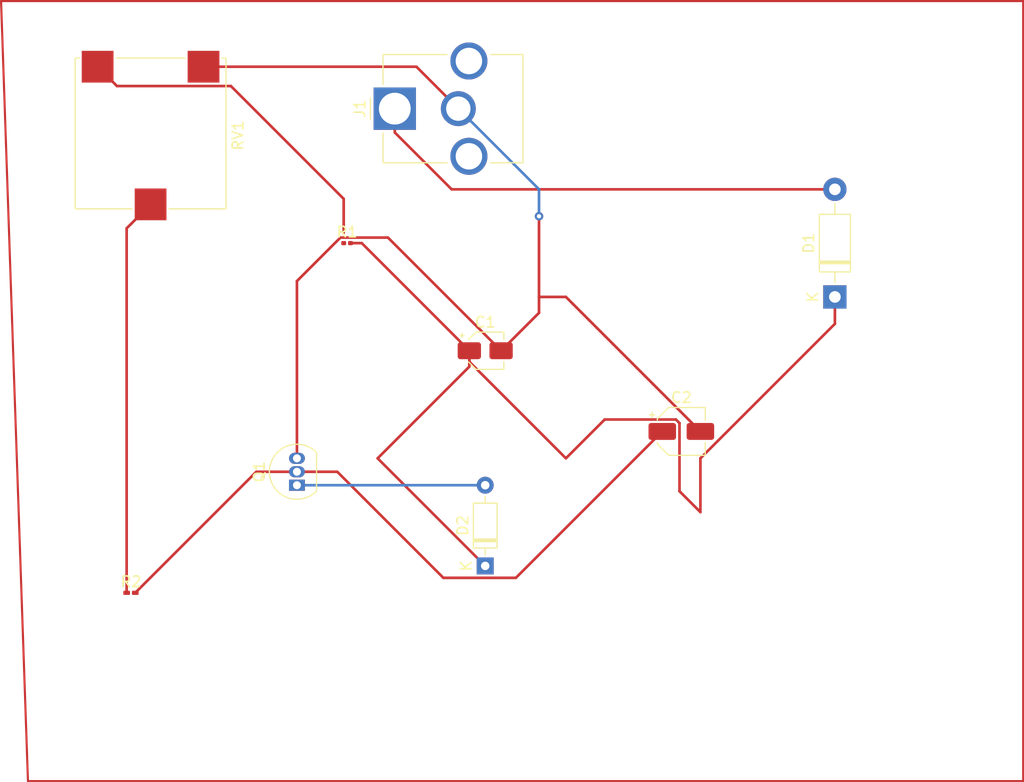
<source format=kicad_pcb>
(kicad_pcb (version 20221018) (generator pcbnew)
  (layers (0 "F.Cu" signal) (31 "B.Cu" signal) (34 "B.Paste" user) (35 "F.Paste" user) (36 "B.SilkS" user "B.Silkscreen") (37 "F.SilkS" user "F.Silkscreen") (38 "B.Mask" user) (39 "F.Mask" user) (44 "Edge.Cuts" user))
  (net 0 "")
  (net 1 "Net-(D1-K)")
  (net 2 "Net-(D1-A)")
  (net 3 "Net-(D2-A)")
  (net 4 "Net-(Q1-B)")
  (net 5 "Net-(Q1-E)")
  (net 6 "Net-(R1-Pad1)")
  (net 7 "Net-(R2-Pad1)")
  (footprint "Diode_THT:D_DO-35_SOD27_P7.62mm_Horizontal" (layer "F.Cu") (at 116.84 93.98 90)
    (fp_text reference "D2" (at 3.81 -2.12 90) (layer "F.SilkS"))
    (fp_text value "1N914")
    (fp_text user "K" (at 0 -1.8 90) (layer "F.SilkS"))
    (fp_line (start 1.04 0) (end 1.69 0) (stroke (width 0.12)) (layer "F.SilkS"))
    (fp_line (start 1.69 -1.12) (end 1.69 1.12) (stroke (width 0.12)) (layer "F.SilkS"))
    (fp_line (start 1.69 1.12) (end 5.93 1.12) (stroke (width 0.12)) (layer "F.SilkS"))
    (fp_line (start 2.29 -1.12) (end 2.29 1.12) (stroke (width 0.12)) (layer "F.SilkS"))
    (fp_line (start 2.41 -1.12) (end 2.41 1.12) (stroke (width 0.12)) (layer "F.SilkS"))
    (fp_line (start 2.53 -1.12) (end 2.53 1.12) (stroke (width 0.12)) (layer "F.SilkS"))
    (fp_line (start 5.93 -1.12) (end 1.69 -1.12) (stroke (width 0.12)) (layer "F.SilkS"))
    (fp_line (start 5.93 1.12) (end 5.93 -1.12) (stroke (width 0.12)) (layer "F.SilkS"))
    (fp_line (start 6.58 0) (end 5.93 0) (stroke (width 0.12)) (layer "F.SilkS"))
    (pad "1" thru_hole rect (at 0 0 90) (size 1.6 1.6) (drill 0.8) (layers "*.Cu" "*.Mask") (net 1 "Net-(D1-K)"))
    (pad "2" thru_hole oval (at 7.62 0 90) (size 1.6 1.6) (drill 0.8) (layers "*.Cu" "*.Mask") (net 3 "Net-(D2-A)"))
  )
  (footprint "Package_TO_SOT_THT:TO-92_Inline" (layer "F.Cu") (at 99.06 86.36 90)
    (fp_text reference "Q1" (at 1.27 -3.56 90) (layer "F.SilkS"))
    (fp_text value "BC547")
    (fp_line (start -0.53 1.85) (end 3.07 1.85) (stroke (width 0.12)) (layer "F.SilkS"))
    (fp_arc (start -0.568478 1.838478) (mid -1.132087 -0.994977) (end 1.27 -2.6) (stroke (width 0.12)) (layer "F.SilkS"))
    (fp_arc (start 1.27 -2.6) (mid 3.672087 -0.994977) (end 3.108478 1.838478) (stroke (width 0.12)) (layer "F.SilkS"))
    (pad "1" thru_hole rect (at 0 0 90) (size 1.05 1.5) (drill 0.75) (layers "*.Cu" "*.Mask") (net 3 "Net-(D2-A)"))
    (pad "2" thru_hole oval (at 1.27 0 90) (size 1.05 1.5) (drill 0.75) (layers "*.Cu" "*.Mask") (net 4 "Net-(Q1-B)"))
    (pad "3" thru_hole oval (at 2.54 0 90) (size 1.05 1.5) (drill 0.75) (layers "*.Cu" "*.Mask") (net 5 "Net-(Q1-E)"))
  )
  (footprint "Resistor_SMD:R_0201_0603Metric_Pad0.64x0.40mm_HandSolder" (layer "F.Cu") (at 83.3875 96.52)
    (fp_text reference "R2" (at 0 -1.05) (layer "F.SilkS"))
    (fp_text value "R")
    (pad "1" smd roundrect (at -0.4075 0) (size 0.635 0.4) (layers "F.Cu" "F.Mask") (net 7 "Net-(R2-Pad1)"))
    (pad "2" smd roundrect (at 0.4075 0) (size 0.635 0.4) (layers "F.Cu" "F.Mask") (net 4 "Net-(Q1-B)"))
  )
  (footprint "Connector_BarrelJack:BarrelJack_CUI_PJ-063AH_Horizontal_CircularHoles" (layer "F.Cu") (at 108.3 50.8 90)
    (fp_text reference "J1" (at 0 -3.3 90) (layer "F.SilkS"))
    (fp_text value "Barrel_Jack")
    (fp_line (start -5.11 -1.11) (end -2.3 -1.11) (stroke (width 0.12)) (layer "F.SilkS"))
    (fp_line (start -5.11 4.95) (end -5.11 -1.11) (stroke (width 0.12)) (layer "F.SilkS"))
    (fp_line (start -5.11 12.11) (end -5.11 9.05) (stroke (width 0.12)) (layer "F.SilkS"))
    (fp_line (start -1 -2.3) (end 1 -2.3) (stroke (width 0.12)) (layer "F.SilkS"))
    (fp_line (start 2.3 -1.11) (end 5.11 -1.11) (stroke (width 0.12)) (layer "F.SilkS"))
    (fp_line (start 5.11 -1.11) (end 5.11 4.95) (stroke (width 0.12)) (layer "F.SilkS"))
    (fp_line (start 5.11 9.05) (end 5.11 12.11) (stroke (width 0.12)) (layer "F.SilkS"))
    (fp_line (start 5.11 12.11) (end -5.11 12.11) (stroke (width 0.12)) (layer "F.SilkS"))
    (pad "" np_thru_hole circle (at 0 9 90) (size 1.6 1.6) (drill 1.6) (layers "*.Cu" "*.Mask"))
    (pad "1" thru_hole rect (at 0 0 90) (size 4 4) (drill 3) (layers "*.Cu" "*.Mask") (net 2 "Net-(D1-A)"))
    (pad "2" thru_hole circle (at 0 6 90) (size 3.3 3.3) (drill 2.3) (layers "*.Cu" "*.Mask") (net 5 "Net-(Q1-E)"))
    (pad "MP" thru_hole circle (at -4.5 7 90) (size 3.5 3.5) (drill 2.5) (layers "*.Cu" "*.Mask"))
    (pad "MP" thru_hole circle (at 4.5 7 90) (size 3.5 3.5) (drill 2.5) (layers "*.Cu" "*.Mask"))
  )
  (footprint "Potentiometer_SMD:Potentiometer_ACP_CA14-VSMD_Vertical_Hole" (layer "F.Cu") (at 85.24 53.34 -90)
    (fp_text reference "RV1" (at 0 -8.25 90) (layer "F.SilkS"))
    (fp_text value "R_Potentiometer_US")
    (fp_line (start -7.32 -7.12) (end -7.32 -6.741) (stroke (width 0.12)) (layer "F.SilkS"))
    (fp_line (start -7.32 -7.12) (end 6.92 -7.12) (stroke (width 0.12)) (layer "F.SilkS"))
    (fp_line (start -7.32 -3.259) (end -7.32 3.26) (stroke (width 0.12)) (layer "F.SilkS"))
    (fp_line (start -7.32 6.74) (end -7.32 7.12) (stroke (width 0.12)) (layer "F.SilkS"))
    (fp_line (start -7.32 7.12) (end 6.92 7.12) (stroke (width 0.12)) (layer "F.SilkS"))
    (fp_line (start 6.92 -7.12) (end 6.92 -1.74) (stroke (width 0.12)) (layer "F.SilkS"))
    (fp_line (start 6.92 1.74) (end 6.92 7.12) (stroke (width 0.12)) (layer "F.SilkS"))
    (pad "" np_thru_hole circle (at -0.2 0 270) (size 7 7) (drill 7) (layers "*.Cu" "*.Mask"))
    (pad "1" smd rect (at -6.5 5 270) (size 3 3) (layers "F.Cu" "F.Paste" "F.Mask") (net 6 "Net-(R1-Pad1)"))
    (pad "2" smd rect (at 6.5 0 270) (size 3 3) (layers "F.Cu" "F.Paste" "F.Mask") (net 7 "Net-(R2-Pad1)"))
    (pad "3" smd rect (at -6.5 -5 270) (size 3 3) (layers "F.Cu" "F.Paste" "F.Mask") (net 5 "Net-(Q1-E)"))
  )
  (footprint "Diode_THT:D_DO-41_SOD81_P10.16mm_Horizontal" (layer "F.Cu") (at 149.86 68.58 90)
    (fp_text reference "D1" (at 5.08 -2.47 90) (layer "F.SilkS"))
    (fp_text value "1N4002")
    (fp_text user "K" (at 0 -2.1 90) (layer "F.SilkS"))
    (fp_line (start 1.34 0) (end 2.36 0) (stroke (width 0.12)) (layer "F.SilkS"))
    (fp_line (start 2.36 -1.47) (end 2.36 1.47) (stroke (width 0.12)) (layer "F.SilkS"))
    (fp_line (start 2.36 1.47) (end 7.8 1.47) (stroke (width 0.12)) (layer "F.SilkS"))
    (fp_line (start 3.14 -1.47) (end 3.14 1.47) (stroke (width 0.12)) (layer "F.SilkS"))
    (fp_line (start 3.26 -1.47) (end 3.26 1.47) (stroke (width 0.12)) (layer "F.SilkS"))
    (fp_line (start 3.38 -1.47) (end 3.38 1.47) (stroke (width 0.12)) (layer "F.SilkS"))
    (fp_line (start 7.8 -1.47) (end 2.36 -1.47) (stroke (width 0.12)) (layer "F.SilkS"))
    (fp_line (start 7.8 1.47) (end 7.8 -1.47) (stroke (width 0.12)) (layer "F.SilkS"))
    (fp_line (start 8.82 0) (end 7.8 0) (stroke (width 0.12)) (layer "F.SilkS"))
    (pad "1" thru_hole rect (at 0 0 90) (size 2.2 2.2) (drill 1.1) (layers "*.Cu" "*.Mask") (net 1 "Net-(D1-K)"))
    (pad "2" thru_hole oval (at 10.16 0 90) (size 2.2 2.2) (drill 1.1) (layers "*.Cu" "*.Mask") (net 2 "Net-(D1-A)"))
  )
  (footprint "Capacitor_SMD:CP_Elec_4x3.9" (layer "F.Cu") (at 135.36 81.28)
    (fp_text reference "C2" (at 0 -3.2) (layer "F.SilkS"))
    (fp_text value "C")
    (fp_line (start -3 -1.56) (end -2.5 -1.56) (stroke (width 0.12)) (layer "F.SilkS"))
    (fp_line (start -2.75 -1.81) (end -2.75 -1.31) (stroke (width 0.12)) (layer "F.SilkS"))
    (fp_line (start -2.26 -1.195563) (end -2.26 -1.06) (stroke (width 0.12)) (layer "F.SilkS"))
    (fp_line (start -2.26 -1.195563) (end -1.195563 -2.26) (stroke (width 0.12)) (layer "F.SilkS"))
    (fp_line (start -2.26 1.195563) (end -2.26 1.06) (stroke (width 0.12)) (layer "F.SilkS"))
    (fp_line (start -2.26 1.195563) (end -1.195563 2.26) (stroke (width 0.12)) (layer "F.SilkS"))
    (fp_line (start -1.195563 -2.26) (end 2.26 -2.26) (stroke (width 0.12)) (layer "F.SilkS"))
    (fp_line (start -1.195563 2.26) (end 2.26 2.26) (stroke (width 0.12)) (layer "F.SilkS"))
    (fp_line (start 2.26 -2.26) (end 2.26 -1.06) (stroke (width 0.12)) (layer "F.SilkS"))
    (fp_line (start 2.26 2.26) (end 2.26 1.06) (stroke (width 0.12)) (layer "F.SilkS"))
    (pad "1" smd roundrect (at -1.8 0) (size 2.6 1.6) (layers "F.Cu" "F.Paste" "F.Mask") (roundrect_rratio 0.15625) (net 4 "Net-(Q1-B)"))
    (pad "2" smd roundrect (at 1.8 0) (size 2.6 1.6) (layers "F.Cu" "F.Paste" "F.Mask") (roundrect_rratio 0.15625) (net 5 "Net-(Q1-E)"))
  )
  (footprint "Resistor_SMD:R_0201_0603Metric" (layer "F.Cu") (at 103.795 63.5)
    (fp_text reference "R1" (at 0 -1.05) (layer "F.SilkS"))
    (fp_text value "R")
    (pad "1" smd roundrect (at -0.32 0) (size 0.46 0.4) (layers "F.Cu" "F.Mask") (net 6 "Net-(R1-Pad1)"))
    (pad "2" smd roundrect (at 0.32 0) (size 0.46 0.4) (layers "F.Cu" "F.Mask") (net 1 "Net-(D1-K)"))
  )
  (footprint "Capacitor_SMD:CP_Elec_3x5.4" (layer "F.Cu") (at 116.84 73.66)
    (fp_text reference "C1" (at 0 -2.7) (layer "F.SilkS"))
    (fp_text value "C")
    (fp_line (start -2.375 -1.435) (end -2 -1.435) (stroke (width 0.12)) (layer "F.SilkS"))
    (fp_line (start -2.1875 -1.6225) (end -2.1875 -1.2475) (stroke (width 0.12)) (layer "F.SilkS"))
    (fp_line (start -1.570563 -1.06) (end -0.870563 -1.76) (stroke (width 0.12)) (layer "F.SilkS"))
    (fp_line (start -1.570563 1.06) (end -0.870563 1.76) (stroke (width 0.12)) (layer "F.SilkS"))
    (fp_line (start -0.870563 -1.76) (end 1.76 -1.76) (stroke (width 0.12)) (layer "F.SilkS"))
    (fp_line (start -0.870563 1.76) (end 1.76 1.76) (stroke (width 0.12)) (layer "F.SilkS"))
    (fp_line (start 1.76 -1.76) (end 1.76 -1.06) (stroke (width 0.12)) (layer "F.SilkS"))
    (fp_line (start 1.76 1.76) (end 1.76 1.06) (stroke (width 0.12)) (layer "F.SilkS"))
    (pad "1" smd roundrect (at -1.5 0) (size 2.2 1.6) (layers "F.Cu" "F.Paste" "F.Mask") (roundrect_rratio 0.15625) (net 1 "Net-(D1-K)"))
    (pad "2" smd roundrect (at 1.5 0) (size 2.2 1.6) (layers "F.Cu" "F.Paste" "F.Mask") (roundrect_rratio 0.15625) (net 5 "Net-(Q1-E)"))
  )
  (gr_line (start 167.64 40.64) (end 167.64 114.3) (stroke (width 0.2)) (layer "F.Cu"))
  (gr_line (start 73.66 114.3) (end 71.12 40.64) (stroke (width 0.2)) (layer "F.Cu"))
  (gr_line (start 167.64 114.3) (end 73.66 114.3) (stroke (width 0.2)) (layer "F.Cu"))
  (gr_line (start 71.12 40.64) (end 167.64 40.64) (stroke (width 0.2)) (layer "F.Cu"))
  (segment (start 124.46 83.82) (end 115.34 74.7) (width 0.25) (layer "F.Cu") (net 1))
  (segment (start 115.34 74.7) (end 115.34 73.66) (width 0.25) (layer "F.Cu") (net 1))
  (segment (start 149.86 71.12) (end 137.16 83.82) (width 0.25) (layer "F.Cu") (net 1))
  (segment (start 106.68 83.82) (end 115.34 75.16) (width 0.25) (layer "F.Cu") (net 1))
  (segment (start 137.16 88.9) (end 135.185 86.925) (width 0.25) (layer "F.Cu") (net 1))
  (segment (start 128.125 80.155) (end 124.46 83.82) (width 0.25) (layer "F.Cu") (net 1))
  (segment (start 149.86 68.58) (end 149.86 71.12) (width 0.25) (layer "F.Cu") (net 1))
  (segment (start 135.185 80.491827) (end 134.848173 80.155) (width 0.25) (layer "F.Cu") (net 1))
  (segment (start 115.34 75.16) (end 115.34 73.66) (width 0.25) (layer "F.Cu") (net 1))
  (segment (start 105.18 63.5) (end 115.34 73.66) (width 0.25) (layer "F.Cu") (net 1))
  (segment (start 137.16 83.82) (end 137.16 88.9) (width 0.25) (layer "F.Cu") (net 1))
  (segment (start 104.115 63.5) (end 105.18 63.5) (width 0.25) (layer "F.Cu") (net 1))
  (segment (start 134.848173 80.155) (end 128.125 80.155) (width 0.25) (layer "F.Cu") (net 1))
  (segment (start 135.185 86.925) (end 135.185 80.491827) (width 0.25) (layer "F.Cu") (net 1))
  (segment (start 116.84 93.98) (end 106.68 83.82) (width 0.25) (layer "F.Cu") (net 1))
  (segment (start 108.3 53.05) (end 108.3 50.8) (width 0.25) (layer "F.Cu") (net 2))
  (segment (start 113.67 58.42) (end 108.3 53.05) (width 0.25) (layer "F.Cu") (net 2))
  (segment (start 149.86 58.42) (end 113.67 58.42) (width 0.25) (layer "F.Cu") (net 2))
  (segment (start 99.06 86.36) (end 116.84 86.36) (width 0.25) (layer "B.Cu") (net 3))
  (segment (start 112.885 95.105) (end 102.87 85.09) (width 0.25) (layer "F.Cu") (net 4))
  (segment (start 95.225 85.09) (end 99.06 85.09) (width 0.25) (layer "F.Cu") (net 4))
  (segment (start 119.735 95.105) (end 112.885 95.105) (width 0.25) (layer "F.Cu") (net 4))
  (segment (start 83.795 96.52) (end 95.225 85.09) (width 0.25) (layer "F.Cu") (net 4))
  (segment (start 133.56 81.28) (end 119.735 95.105) (width 0.25) (layer "F.Cu") (net 4))
  (segment (start 102.87 85.09) (end 99.06 85.09) (width 0.25) (layer "F.Cu") (net 4))
  (segment (start 99.06 83.82) (end 99.06 67.083959) (width 0.25) (layer "F.Cu") (net 5))
  (segment (start 121.92 68.58) (end 121.92 60.96) (width 0.25) (layer "F.Cu") (net 5))
  (segment (start 107.655 62.975) (end 118.34 73.66) (width 0.25) (layer "F.Cu") (net 5))
  (segment (start 118.34 73.66) (end 121.92 70.08) (width 0.25) (layer "F.Cu") (net 5))
  (segment (start 121.92 70.08) (end 121.92 68.58) (width 0.25) (layer "F.Cu") (net 5))
  (segment (start 137.16 81.28) (end 124.46 68.58) (width 0.25) (layer "F.Cu") (net 5))
  (segment (start 124.46 68.58) (end 121.92 68.58) (width 0.25) (layer "F.Cu") (net 5))
  (segment (start 110.34 46.84) (end 114.3 50.8) (width 0.25) (layer "F.Cu") (net 5))
  (segment (start 90.24 46.84) (end 110.34 46.84) (width 0.25) (layer "F.Cu") (net 5))
  (segment (start 99.06 67.083959) (end 103.168959 62.975) (width 0.25) (layer "F.Cu") (net 5))
  (segment (start 103.168959 62.975) (end 107.655 62.975) (width 0.25) (layer "F.Cu") (net 5))
  (via (at 121.92 60.96) (size 0.8) (drill 0.4) (layers "F.Cu" "B.Cu") (net 5))
  (segment (start 121.92 60.96) (end 121.92 58.42) (width 0.25) (layer "B.Cu") (net 5))
  (segment (start 121.92 58.42) (end 114.3 50.8) (width 0.25) (layer "B.Cu") (net 5))
  (segment (start 92.82 48.665) (end 103.475 59.32) (width 0.25) (layer "F.Cu") (net 6))
  (segment (start 103.475 59.32) (end 103.475 62.525) (width 0.25) (layer "F.Cu") (net 6))
  (segment (start 82.065 48.665) (end 92.82 48.665) (width 0.25) (layer "F.Cu") (net 6))
  (segment (start 80.24 46.84) (end 82.065 48.665) (width 0.25) (layer "F.Cu") (net 6))
  (segment (start 85.24 59.84) (end 82.98 62.1) (width 0.25) (layer "F.Cu") (net 7))
  (segment (start 82.98 62.1) (end 82.98 96.52) (width 0.25) (layer "F.Cu") (net 7))
)
</source>
